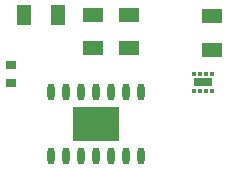
<source format=gbp>
G04 Layer_Color=128*
%FSLAX44Y44*%
%MOMM*%
G71*
G01*
G75*
%ADD10R,1.8000X1.3000*%
%ADD19R,4.0000X3.0000*%
%ADD20O,0.6000X1.4500*%
%ADD21R,0.9000X0.7000*%
%ADD22R,1.3000X1.8000*%
%ADD23R,0.3500X0.3500*%
%ADD24R,1.6000X0.6700*%
D10*
X1640000Y1060000D02*
D03*
Y1031500D02*
D03*
X1610000Y1060000D02*
D03*
Y1031500D02*
D03*
X1710000Y1030000D02*
D03*
Y1058500D02*
D03*
D19*
X1611900Y967250D02*
D03*
D20*
X1573800Y994500D02*
D03*
X1586500D02*
D03*
X1599200D02*
D03*
X1611900D02*
D03*
X1624600D02*
D03*
X1637300D02*
D03*
X1650000D02*
D03*
X1573800Y940000D02*
D03*
X1586500D02*
D03*
X1599200D02*
D03*
X1611900D02*
D03*
X1624600D02*
D03*
X1637300D02*
D03*
X1650000D02*
D03*
D21*
X1540000Y1002500D02*
D03*
Y1017500D02*
D03*
D22*
X1580000Y1060000D02*
D03*
X1551500D02*
D03*
D23*
X1695000Y1009999D02*
D03*
X1700000D02*
D03*
X1705000D02*
D03*
X1710000D02*
D03*
X1695000Y995800D02*
D03*
X1700000D02*
D03*
X1705000D02*
D03*
X1710000D02*
D03*
D24*
X1702500Y1002900D02*
D03*
M02*

</source>
